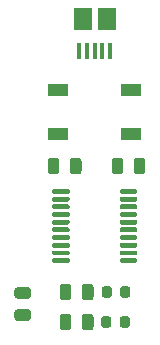
<source format=gbr>
%TF.GenerationSoftware,KiCad,Pcbnew,(5.1.6)-1*%
%TF.CreationDate,2020-06-22T18:51:59+05:30*%
%TF.ProjectId,STM8-Dev-Board-STM8S003F3P6,53544d38-2d44-4657-962d-426f6172642d,rev?*%
%TF.SameCoordinates,Original*%
%TF.FileFunction,Paste,Top*%
%TF.FilePolarity,Positive*%
%FSLAX46Y46*%
G04 Gerber Fmt 4.6, Leading zero omitted, Abs format (unit mm)*
G04 Created by KiCad (PCBNEW (5.1.6)-1) date 2020-06-22 18:51:59*
%MOMM*%
%LPD*%
G01*
G04 APERTURE LIST*
%ADD10R,1.500000X1.900000*%
%ADD11R,0.400000X1.350000*%
%ADD12R,1.800000X1.100000*%
G04 APERTURE END LIST*
D10*
%TO.C,J1*%
X64500000Y-120682500D03*
D11*
X63500000Y-123382500D03*
X62850000Y-123382500D03*
X62200000Y-123382500D03*
X64800000Y-123382500D03*
X64150000Y-123382500D03*
D10*
X62500000Y-120682500D03*
%TD*%
D12*
%TO.C,SW1*%
X66600000Y-130374000D03*
X60400000Y-130374000D03*
X66600000Y-126674000D03*
X60400000Y-126674000D03*
%TD*%
%TO.C,U1*%
G36*
G01*
X65625000Y-135351000D02*
X65625000Y-135151000D01*
G75*
G02*
X65725000Y-135051000I100000J0D01*
G01*
X67000000Y-135051000D01*
G75*
G02*
X67100000Y-135151000I0J-100000D01*
G01*
X67100000Y-135351000D01*
G75*
G02*
X67000000Y-135451000I-100000J0D01*
G01*
X65725000Y-135451000D01*
G75*
G02*
X65625000Y-135351000I0J100000D01*
G01*
G37*
G36*
G01*
X65625000Y-136001000D02*
X65625000Y-135801000D01*
G75*
G02*
X65725000Y-135701000I100000J0D01*
G01*
X67000000Y-135701000D01*
G75*
G02*
X67100000Y-135801000I0J-100000D01*
G01*
X67100000Y-136001000D01*
G75*
G02*
X67000000Y-136101000I-100000J0D01*
G01*
X65725000Y-136101000D01*
G75*
G02*
X65625000Y-136001000I0J100000D01*
G01*
G37*
G36*
G01*
X65625000Y-136651000D02*
X65625000Y-136451000D01*
G75*
G02*
X65725000Y-136351000I100000J0D01*
G01*
X67000000Y-136351000D01*
G75*
G02*
X67100000Y-136451000I0J-100000D01*
G01*
X67100000Y-136651000D01*
G75*
G02*
X67000000Y-136751000I-100000J0D01*
G01*
X65725000Y-136751000D01*
G75*
G02*
X65625000Y-136651000I0J100000D01*
G01*
G37*
G36*
G01*
X65625000Y-137301000D02*
X65625000Y-137101000D01*
G75*
G02*
X65725000Y-137001000I100000J0D01*
G01*
X67000000Y-137001000D01*
G75*
G02*
X67100000Y-137101000I0J-100000D01*
G01*
X67100000Y-137301000D01*
G75*
G02*
X67000000Y-137401000I-100000J0D01*
G01*
X65725000Y-137401000D01*
G75*
G02*
X65625000Y-137301000I0J100000D01*
G01*
G37*
G36*
G01*
X65625000Y-137951000D02*
X65625000Y-137751000D01*
G75*
G02*
X65725000Y-137651000I100000J0D01*
G01*
X67000000Y-137651000D01*
G75*
G02*
X67100000Y-137751000I0J-100000D01*
G01*
X67100000Y-137951000D01*
G75*
G02*
X67000000Y-138051000I-100000J0D01*
G01*
X65725000Y-138051000D01*
G75*
G02*
X65625000Y-137951000I0J100000D01*
G01*
G37*
G36*
G01*
X65625000Y-138601000D02*
X65625000Y-138401000D01*
G75*
G02*
X65725000Y-138301000I100000J0D01*
G01*
X67000000Y-138301000D01*
G75*
G02*
X67100000Y-138401000I0J-100000D01*
G01*
X67100000Y-138601000D01*
G75*
G02*
X67000000Y-138701000I-100000J0D01*
G01*
X65725000Y-138701000D01*
G75*
G02*
X65625000Y-138601000I0J100000D01*
G01*
G37*
G36*
G01*
X65625000Y-139251000D02*
X65625000Y-139051000D01*
G75*
G02*
X65725000Y-138951000I100000J0D01*
G01*
X67000000Y-138951000D01*
G75*
G02*
X67100000Y-139051000I0J-100000D01*
G01*
X67100000Y-139251000D01*
G75*
G02*
X67000000Y-139351000I-100000J0D01*
G01*
X65725000Y-139351000D01*
G75*
G02*
X65625000Y-139251000I0J100000D01*
G01*
G37*
G36*
G01*
X65625000Y-139901000D02*
X65625000Y-139701000D01*
G75*
G02*
X65725000Y-139601000I100000J0D01*
G01*
X67000000Y-139601000D01*
G75*
G02*
X67100000Y-139701000I0J-100000D01*
G01*
X67100000Y-139901000D01*
G75*
G02*
X67000000Y-140001000I-100000J0D01*
G01*
X65725000Y-140001000D01*
G75*
G02*
X65625000Y-139901000I0J100000D01*
G01*
G37*
G36*
G01*
X65625000Y-140551000D02*
X65625000Y-140351000D01*
G75*
G02*
X65725000Y-140251000I100000J0D01*
G01*
X67000000Y-140251000D01*
G75*
G02*
X67100000Y-140351000I0J-100000D01*
G01*
X67100000Y-140551000D01*
G75*
G02*
X67000000Y-140651000I-100000J0D01*
G01*
X65725000Y-140651000D01*
G75*
G02*
X65625000Y-140551000I0J100000D01*
G01*
G37*
G36*
G01*
X65625000Y-141201000D02*
X65625000Y-141001000D01*
G75*
G02*
X65725000Y-140901000I100000J0D01*
G01*
X67000000Y-140901000D01*
G75*
G02*
X67100000Y-141001000I0J-100000D01*
G01*
X67100000Y-141201000D01*
G75*
G02*
X67000000Y-141301000I-100000J0D01*
G01*
X65725000Y-141301000D01*
G75*
G02*
X65625000Y-141201000I0J100000D01*
G01*
G37*
G36*
G01*
X59900000Y-141201000D02*
X59900000Y-141001000D01*
G75*
G02*
X60000000Y-140901000I100000J0D01*
G01*
X61275000Y-140901000D01*
G75*
G02*
X61375000Y-141001000I0J-100000D01*
G01*
X61375000Y-141201000D01*
G75*
G02*
X61275000Y-141301000I-100000J0D01*
G01*
X60000000Y-141301000D01*
G75*
G02*
X59900000Y-141201000I0J100000D01*
G01*
G37*
G36*
G01*
X59900000Y-140551000D02*
X59900000Y-140351000D01*
G75*
G02*
X60000000Y-140251000I100000J0D01*
G01*
X61275000Y-140251000D01*
G75*
G02*
X61375000Y-140351000I0J-100000D01*
G01*
X61375000Y-140551000D01*
G75*
G02*
X61275000Y-140651000I-100000J0D01*
G01*
X60000000Y-140651000D01*
G75*
G02*
X59900000Y-140551000I0J100000D01*
G01*
G37*
G36*
G01*
X59900000Y-139901000D02*
X59900000Y-139701000D01*
G75*
G02*
X60000000Y-139601000I100000J0D01*
G01*
X61275000Y-139601000D01*
G75*
G02*
X61375000Y-139701000I0J-100000D01*
G01*
X61375000Y-139901000D01*
G75*
G02*
X61275000Y-140001000I-100000J0D01*
G01*
X60000000Y-140001000D01*
G75*
G02*
X59900000Y-139901000I0J100000D01*
G01*
G37*
G36*
G01*
X59900000Y-139251000D02*
X59900000Y-139051000D01*
G75*
G02*
X60000000Y-138951000I100000J0D01*
G01*
X61275000Y-138951000D01*
G75*
G02*
X61375000Y-139051000I0J-100000D01*
G01*
X61375000Y-139251000D01*
G75*
G02*
X61275000Y-139351000I-100000J0D01*
G01*
X60000000Y-139351000D01*
G75*
G02*
X59900000Y-139251000I0J100000D01*
G01*
G37*
G36*
G01*
X59900000Y-138601000D02*
X59900000Y-138401000D01*
G75*
G02*
X60000000Y-138301000I100000J0D01*
G01*
X61275000Y-138301000D01*
G75*
G02*
X61375000Y-138401000I0J-100000D01*
G01*
X61375000Y-138601000D01*
G75*
G02*
X61275000Y-138701000I-100000J0D01*
G01*
X60000000Y-138701000D01*
G75*
G02*
X59900000Y-138601000I0J100000D01*
G01*
G37*
G36*
G01*
X59900000Y-137951000D02*
X59900000Y-137751000D01*
G75*
G02*
X60000000Y-137651000I100000J0D01*
G01*
X61275000Y-137651000D01*
G75*
G02*
X61375000Y-137751000I0J-100000D01*
G01*
X61375000Y-137951000D01*
G75*
G02*
X61275000Y-138051000I-100000J0D01*
G01*
X60000000Y-138051000D01*
G75*
G02*
X59900000Y-137951000I0J100000D01*
G01*
G37*
G36*
G01*
X59900000Y-137301000D02*
X59900000Y-137101000D01*
G75*
G02*
X60000000Y-137001000I100000J0D01*
G01*
X61275000Y-137001000D01*
G75*
G02*
X61375000Y-137101000I0J-100000D01*
G01*
X61375000Y-137301000D01*
G75*
G02*
X61275000Y-137401000I-100000J0D01*
G01*
X60000000Y-137401000D01*
G75*
G02*
X59900000Y-137301000I0J100000D01*
G01*
G37*
G36*
G01*
X59900000Y-136651000D02*
X59900000Y-136451000D01*
G75*
G02*
X60000000Y-136351000I100000J0D01*
G01*
X61275000Y-136351000D01*
G75*
G02*
X61375000Y-136451000I0J-100000D01*
G01*
X61375000Y-136651000D01*
G75*
G02*
X61275000Y-136751000I-100000J0D01*
G01*
X60000000Y-136751000D01*
G75*
G02*
X59900000Y-136651000I0J100000D01*
G01*
G37*
G36*
G01*
X59900000Y-136001000D02*
X59900000Y-135801000D01*
G75*
G02*
X60000000Y-135701000I100000J0D01*
G01*
X61275000Y-135701000D01*
G75*
G02*
X61375000Y-135801000I0J-100000D01*
G01*
X61375000Y-136001000D01*
G75*
G02*
X61275000Y-136101000I-100000J0D01*
G01*
X60000000Y-136101000D01*
G75*
G02*
X59900000Y-136001000I0J100000D01*
G01*
G37*
G36*
G01*
X59900000Y-135351000D02*
X59900000Y-135151000D01*
G75*
G02*
X60000000Y-135051000I100000J0D01*
G01*
X61275000Y-135051000D01*
G75*
G02*
X61375000Y-135151000I0J-100000D01*
G01*
X61375000Y-135351000D01*
G75*
G02*
X61275000Y-135451000I-100000J0D01*
G01*
X60000000Y-135451000D01*
G75*
G02*
X59900000Y-135351000I0J100000D01*
G01*
G37*
%TD*%
%TO.C,R3*%
G36*
G01*
X62426000Y-146760250D02*
X62426000Y-145847750D01*
G75*
G02*
X62669750Y-145604000I243750J0D01*
G01*
X63157250Y-145604000D01*
G75*
G02*
X63401000Y-145847750I0J-243750D01*
G01*
X63401000Y-146760250D01*
G75*
G02*
X63157250Y-147004000I-243750J0D01*
G01*
X62669750Y-147004000D01*
G75*
G02*
X62426000Y-146760250I0J243750D01*
G01*
G37*
G36*
G01*
X60551000Y-146760250D02*
X60551000Y-145847750D01*
G75*
G02*
X60794750Y-145604000I243750J0D01*
G01*
X61282250Y-145604000D01*
G75*
G02*
X61526000Y-145847750I0J-243750D01*
G01*
X61526000Y-146760250D01*
G75*
G02*
X61282250Y-147004000I-243750J0D01*
G01*
X60794750Y-147004000D01*
G75*
G02*
X60551000Y-146760250I0J243750D01*
G01*
G37*
%TD*%
%TO.C,R2*%
G36*
G01*
X66822500Y-133552250D02*
X66822500Y-132639750D01*
G75*
G02*
X67066250Y-132396000I243750J0D01*
G01*
X67553750Y-132396000D01*
G75*
G02*
X67797500Y-132639750I0J-243750D01*
G01*
X67797500Y-133552250D01*
G75*
G02*
X67553750Y-133796000I-243750J0D01*
G01*
X67066250Y-133796000D01*
G75*
G02*
X66822500Y-133552250I0J243750D01*
G01*
G37*
G36*
G01*
X64947500Y-133552250D02*
X64947500Y-132639750D01*
G75*
G02*
X65191250Y-132396000I243750J0D01*
G01*
X65678750Y-132396000D01*
G75*
G02*
X65922500Y-132639750I0J-243750D01*
G01*
X65922500Y-133552250D01*
G75*
G02*
X65678750Y-133796000I-243750J0D01*
G01*
X65191250Y-133796000D01*
G75*
G02*
X64947500Y-133552250I0J243750D01*
G01*
G37*
%TD*%
%TO.C,R1*%
G36*
G01*
X62426000Y-144220250D02*
X62426000Y-143307750D01*
G75*
G02*
X62669750Y-143064000I243750J0D01*
G01*
X63157250Y-143064000D01*
G75*
G02*
X63401000Y-143307750I0J-243750D01*
G01*
X63401000Y-144220250D01*
G75*
G02*
X63157250Y-144464000I-243750J0D01*
G01*
X62669750Y-144464000D01*
G75*
G02*
X62426000Y-144220250I0J243750D01*
G01*
G37*
G36*
G01*
X60551000Y-144220250D02*
X60551000Y-143307750D01*
G75*
G02*
X60794750Y-143064000I243750J0D01*
G01*
X61282250Y-143064000D01*
G75*
G02*
X61526000Y-143307750I0J-243750D01*
G01*
X61526000Y-144220250D01*
G75*
G02*
X61282250Y-144464000I-243750J0D01*
G01*
X60794750Y-144464000D01*
G75*
G02*
X60551000Y-144220250I0J243750D01*
G01*
G37*
%TD*%
%TO.C,D2*%
G36*
G01*
X64902500Y-146047750D02*
X64902500Y-146560250D01*
G75*
G02*
X64683750Y-146779000I-218750J0D01*
G01*
X64246250Y-146779000D01*
G75*
G02*
X64027500Y-146560250I0J218750D01*
G01*
X64027500Y-146047750D01*
G75*
G02*
X64246250Y-145829000I218750J0D01*
G01*
X64683750Y-145829000D01*
G75*
G02*
X64902500Y-146047750I0J-218750D01*
G01*
G37*
G36*
G01*
X66477500Y-146047750D02*
X66477500Y-146560250D01*
G75*
G02*
X66258750Y-146779000I-218750J0D01*
G01*
X65821250Y-146779000D01*
G75*
G02*
X65602500Y-146560250I0J218750D01*
G01*
X65602500Y-146047750D01*
G75*
G02*
X65821250Y-145829000I218750J0D01*
G01*
X66258750Y-145829000D01*
G75*
G02*
X66477500Y-146047750I0J-218750D01*
G01*
G37*
%TD*%
%TO.C,D1*%
G36*
G01*
X64953500Y-143507750D02*
X64953500Y-144020250D01*
G75*
G02*
X64734750Y-144239000I-218750J0D01*
G01*
X64297250Y-144239000D01*
G75*
G02*
X64078500Y-144020250I0J218750D01*
G01*
X64078500Y-143507750D01*
G75*
G02*
X64297250Y-143289000I218750J0D01*
G01*
X64734750Y-143289000D01*
G75*
G02*
X64953500Y-143507750I0J-218750D01*
G01*
G37*
G36*
G01*
X66528500Y-143507750D02*
X66528500Y-144020250D01*
G75*
G02*
X66309750Y-144239000I-218750J0D01*
G01*
X65872250Y-144239000D01*
G75*
G02*
X65653500Y-144020250I0J218750D01*
G01*
X65653500Y-143507750D01*
G75*
G02*
X65872250Y-143289000I218750J0D01*
G01*
X66309750Y-143289000D01*
G75*
G02*
X66528500Y-143507750I0J-218750D01*
G01*
G37*
%TD*%
%TO.C,C4*%
G36*
G01*
X61410000Y-133552250D02*
X61410000Y-132639750D01*
G75*
G02*
X61653750Y-132396000I243750J0D01*
G01*
X62141250Y-132396000D01*
G75*
G02*
X62385000Y-132639750I0J-243750D01*
G01*
X62385000Y-133552250D01*
G75*
G02*
X62141250Y-133796000I-243750J0D01*
G01*
X61653750Y-133796000D01*
G75*
G02*
X61410000Y-133552250I0J243750D01*
G01*
G37*
G36*
G01*
X59535000Y-133552250D02*
X59535000Y-132639750D01*
G75*
G02*
X59778750Y-132396000I243750J0D01*
G01*
X60266250Y-132396000D01*
G75*
G02*
X60510000Y-132639750I0J-243750D01*
G01*
X60510000Y-133552250D01*
G75*
G02*
X60266250Y-133796000I-243750J0D01*
G01*
X59778750Y-133796000D01*
G75*
G02*
X59535000Y-133552250I0J243750D01*
G01*
G37*
%TD*%
%TO.C,C1*%
G36*
G01*
X56947750Y-145230000D02*
X57860250Y-145230000D01*
G75*
G02*
X58104000Y-145473750I0J-243750D01*
G01*
X58104000Y-145961250D01*
G75*
G02*
X57860250Y-146205000I-243750J0D01*
G01*
X56947750Y-146205000D01*
G75*
G02*
X56704000Y-145961250I0J243750D01*
G01*
X56704000Y-145473750D01*
G75*
G02*
X56947750Y-145230000I243750J0D01*
G01*
G37*
G36*
G01*
X56947750Y-143355000D02*
X57860250Y-143355000D01*
G75*
G02*
X58104000Y-143598750I0J-243750D01*
G01*
X58104000Y-144086250D01*
G75*
G02*
X57860250Y-144330000I-243750J0D01*
G01*
X56947750Y-144330000D01*
G75*
G02*
X56704000Y-144086250I0J243750D01*
G01*
X56704000Y-143598750D01*
G75*
G02*
X56947750Y-143355000I243750J0D01*
G01*
G37*
%TD*%
M02*

</source>
